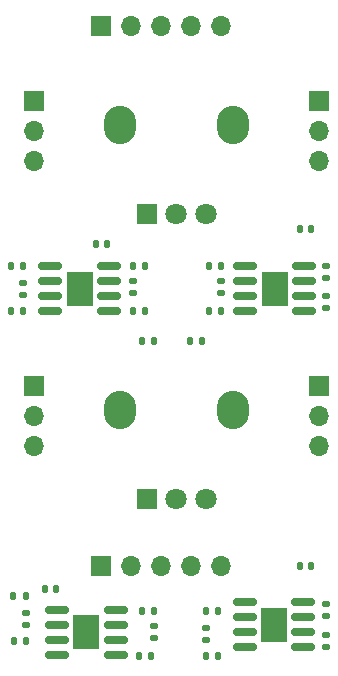
<source format=gbr>
%TF.GenerationSoftware,KiCad,Pcbnew,8.0.5*%
%TF.CreationDate,2024-11-15T23:36:42+05:30*%
%TF.ProjectId,buff_mix,62756666-5f6d-4697-982e-6b696361645f,rev?*%
%TF.SameCoordinates,Original*%
%TF.FileFunction,Soldermask,Top*%
%TF.FilePolarity,Negative*%
%FSLAX46Y46*%
G04 Gerber Fmt 4.6, Leading zero omitted, Abs format (unit mm)*
G04 Created by KiCad (PCBNEW 8.0.5) date 2024-11-15 23:36:42*
%MOMM*%
%LPD*%
G01*
G04 APERTURE LIST*
G04 Aperture macros list*
%AMRoundRect*
0 Rectangle with rounded corners*
0 $1 Rounding radius*
0 $2 $3 $4 $5 $6 $7 $8 $9 X,Y pos of 4 corners*
0 Add a 4 corners polygon primitive as box body*
4,1,4,$2,$3,$4,$5,$6,$7,$8,$9,$2,$3,0*
0 Add four circle primitives for the rounded corners*
1,1,$1+$1,$2,$3*
1,1,$1+$1,$4,$5*
1,1,$1+$1,$6,$7*
1,1,$1+$1,$8,$9*
0 Add four rect primitives between the rounded corners*
20,1,$1+$1,$2,$3,$4,$5,0*
20,1,$1+$1,$4,$5,$6,$7,0*
20,1,$1+$1,$6,$7,$8,$9,0*
20,1,$1+$1,$8,$9,$2,$3,0*%
G04 Aperture macros list end*
%ADD10R,2.290000X3.000000*%
%ADD11RoundRect,0.150000X-0.825000X-0.150000X0.825000X-0.150000X0.825000X0.150000X-0.825000X0.150000X0*%
%ADD12R,1.800000X1.800000*%
%ADD13C,1.800000*%
%ADD14O,2.720000X3.240000*%
%ADD15RoundRect,0.135000X0.185000X-0.135000X0.185000X0.135000X-0.185000X0.135000X-0.185000X-0.135000X0*%
%ADD16RoundRect,0.135000X0.135000X0.185000X-0.135000X0.185000X-0.135000X-0.185000X0.135000X-0.185000X0*%
%ADD17RoundRect,0.135000X-0.135000X-0.185000X0.135000X-0.185000X0.135000X0.185000X-0.135000X0.185000X0*%
%ADD18R,1.700000X1.700000*%
%ADD19O,1.700000X1.700000*%
%ADD20RoundRect,0.140000X0.140000X0.170000X-0.140000X0.170000X-0.140000X-0.170000X0.140000X-0.170000X0*%
G04 APERTURE END LIST*
D10*
%TO.C,U4*%
X54610000Y-102120000D03*
D11*
X57085000Y-100215000D03*
X57085000Y-101485000D03*
X57085000Y-102755000D03*
X57085000Y-104025000D03*
X52135000Y-104025000D03*
X52135000Y-102755000D03*
X52135000Y-101485000D03*
X52135000Y-100215000D03*
%TD*%
%TO.C,U3*%
X68010000Y-99580000D03*
X68010000Y-100850000D03*
X68010000Y-102120000D03*
X68010000Y-103390000D03*
X72960000Y-103390000D03*
X72960000Y-102120000D03*
X72960000Y-100850000D03*
X72960000Y-99580000D03*
D10*
X70485000Y-101485000D03*
%TD*%
D11*
%TO.C,U2*%
X51565000Y-71120000D03*
X51565000Y-72390000D03*
X51565000Y-73660000D03*
X51565000Y-74930000D03*
X56515000Y-74930000D03*
X56515000Y-73660000D03*
X56515000Y-72390000D03*
X56515000Y-71120000D03*
D10*
X54040000Y-73025000D03*
%TD*%
D11*
%TO.C,U1*%
X68075000Y-71120000D03*
X68075000Y-72390000D03*
X68075000Y-73660000D03*
X68075000Y-74930000D03*
X73025000Y-74930000D03*
X73025000Y-73660000D03*
X73025000Y-72390000D03*
X73025000Y-71120000D03*
D10*
X70550000Y-73025000D03*
%TD*%
D12*
%TO.C,RV2*%
X59730000Y-90815000D03*
D13*
X64730000Y-90815000D03*
X62230000Y-90815000D03*
D14*
X67030000Y-83315000D03*
X57430000Y-83315000D03*
%TD*%
D12*
%TO.C,RV1*%
X59730000Y-66685000D03*
D13*
X64730000Y-66685000D03*
X62230000Y-66685000D03*
D14*
X67030000Y-59185000D03*
X57430000Y-59185000D03*
%TD*%
D15*
%TO.C,R24*%
X60325000Y-102620000D03*
X60325000Y-101600000D03*
%TD*%
D16*
%TO.C,R23*%
X60075000Y-104140000D03*
X59055000Y-104140000D03*
%TD*%
D17*
%TO.C,R22*%
X59305000Y-100330000D03*
X60325000Y-100330000D03*
%TD*%
D15*
%TO.C,R21*%
X49530000Y-100455000D03*
X49530000Y-101475000D03*
%TD*%
D17*
%TO.C,R20*%
X49530000Y-102870000D03*
X48510000Y-102870000D03*
%TD*%
D15*
%TO.C,R19*%
X74930000Y-102360000D03*
X74930000Y-103380000D03*
%TD*%
D16*
%TO.C,R18*%
X48445000Y-99060000D03*
X49465000Y-99060000D03*
%TD*%
D15*
%TO.C,R17*%
X74930000Y-99695000D03*
X74930000Y-100715000D03*
%TD*%
%TO.C,R16*%
X64770000Y-101725000D03*
X64770000Y-102745000D03*
%TD*%
D17*
%TO.C,R15*%
X64770000Y-104140000D03*
X65790000Y-104140000D03*
%TD*%
D16*
%TO.C,R14*%
X65790000Y-100330000D03*
X64770000Y-100330000D03*
%TD*%
D15*
%TO.C,R13*%
X58545000Y-73410000D03*
X58545000Y-72390000D03*
%TD*%
D17*
%TO.C,R12*%
X63375000Y-77470000D03*
X64395000Y-77470000D03*
%TD*%
%TO.C,R11*%
X59305000Y-77470000D03*
X60325000Y-77470000D03*
%TD*%
D16*
%TO.C,R10*%
X58545000Y-74930000D03*
X59565000Y-74930000D03*
%TD*%
D17*
%TO.C,R9*%
X58545000Y-71120000D03*
X59565000Y-71120000D03*
%TD*%
D15*
%TO.C,R8*%
X49276000Y-73535000D03*
X49276000Y-72515000D03*
%TD*%
D17*
%TO.C,R7*%
X48256000Y-74930000D03*
X49276000Y-74930000D03*
%TD*%
D15*
%TO.C,R6*%
X74930000Y-73660000D03*
X74930000Y-74680000D03*
%TD*%
D16*
%TO.C,R5*%
X48256000Y-71120000D03*
X49276000Y-71120000D03*
%TD*%
D15*
%TO.C,R4*%
X74930000Y-71120000D03*
X74930000Y-72140000D03*
%TD*%
%TO.C,R3*%
X66040000Y-73410000D03*
X66040000Y-72390000D03*
%TD*%
D17*
%TO.C,R2*%
X66040000Y-74930000D03*
X65020000Y-74930000D03*
%TD*%
%TO.C,R1*%
X66040000Y-71120000D03*
X65020000Y-71120000D03*
%TD*%
D18*
%TO.C,OUT2*%
X74295000Y-81280000D03*
D19*
X74295000Y-83820000D03*
X74295000Y-86360000D03*
%TD*%
D18*
%TO.C,OUT1*%
X74320000Y-57165000D03*
D19*
X74320000Y-59705000D03*
X74320000Y-62245000D03*
%TD*%
%TO.C,IN2*%
X50165000Y-86360000D03*
X50165000Y-83820000D03*
D18*
X50165000Y-81280000D03*
%TD*%
%TO.C,IN1*%
X50165000Y-57150000D03*
D19*
X50165000Y-59690000D03*
X50165000Y-62230000D03*
%TD*%
D20*
%TO.C,C4*%
X52070000Y-98425000D03*
X51110000Y-98425000D03*
%TD*%
%TO.C,C3*%
X73660000Y-96520000D03*
X72700000Y-96520000D03*
%TD*%
%TO.C,C2*%
X56360000Y-69215000D03*
X55400000Y-69215000D03*
%TD*%
%TO.C,C1*%
X73660000Y-67945000D03*
X72700000Y-67945000D03*
%TD*%
D19*
%TO.C,GND1*%
X66040000Y-96520000D03*
X63500000Y-96520000D03*
X60960000Y-96520000D03*
X58420000Y-96520000D03*
D18*
X55880000Y-96520000D03*
%TD*%
%TO.C,5V1*%
X55880000Y-50800000D03*
D19*
X58420000Y-50800000D03*
X60960000Y-50800000D03*
X63500000Y-50800000D03*
X66040000Y-50800000D03*
%TD*%
M02*

</source>
